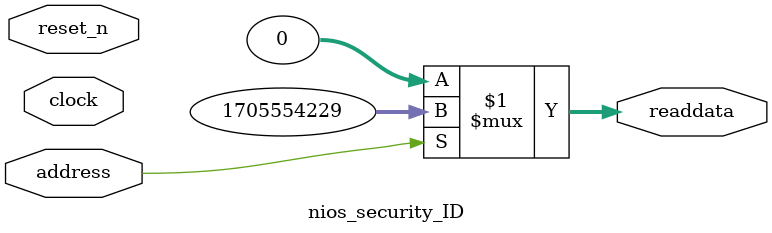
<source format=v>



// synthesis translate_off
`timescale 1ns / 1ps
// synthesis translate_on

// turn off superfluous verilog processor warnings 
// altera message_level Level1 
// altera message_off 10034 10035 10036 10037 10230 10240 10030 

module nios_security_ID (
               // inputs:
                address,
                clock,
                reset_n,

               // outputs:
                readdata
             )
;

  output  [ 31: 0] readdata;
  input            address;
  input            clock;
  input            reset_n;

  wire    [ 31: 0] readdata;
  //control_slave, which is an e_avalon_slave
  assign readdata = address ? 1705554229 : 0;

endmodule



</source>
